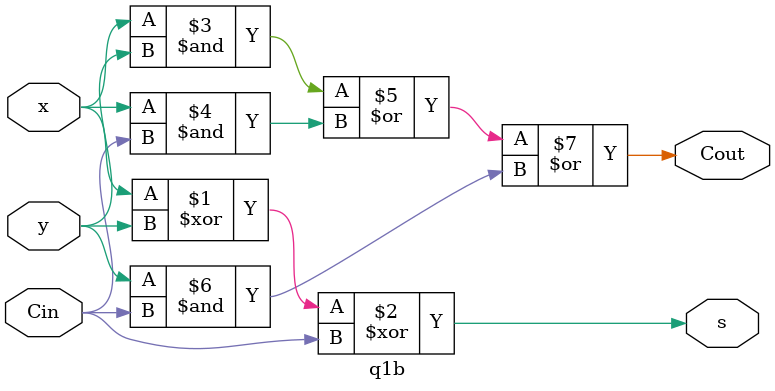
<source format=v>
module q1b(Cin, x, y, s, Cout);
	input Cin, x, y;
	output s, Cout;
	assign s = x^y^Cin;
	assign Cout = (x&y)|(x&Cin)|(y&Cin);
endmodule
</source>
